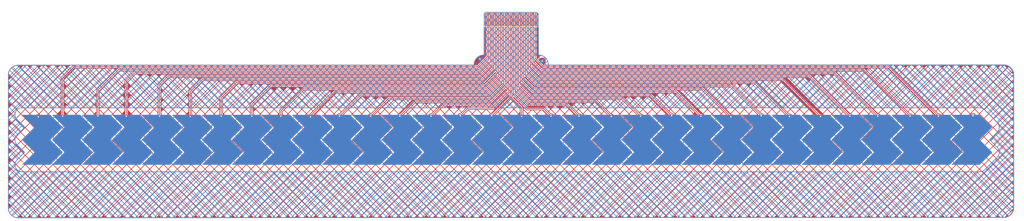
<source format=kicad_pcb>
(kicad_pcb (version 20221018) (generator pcbnew)
  (layers (0 "F.Cu" signal) (31 "B.Cu" signal) (34 "B.Paste" user) (35 "F.Paste" user) (36 "B.SilkS" user "B.Silkscreen") (37 "F.SilkS" user "F.Silkscreen") (38 "B.Mask" user) (39 "F.Mask" user) (44 "Edge.Cuts" user))
  (net 0 "")
  (net 1 "GND")
  (net 2 "/TOUCH0")
  (net 3 "/TOUCH1")
  (net 4 "/TOUCH2")
  (net 5 "/TOUCH3")
  (net 6 "/TOUCH4")
  (net 7 "/TOUCH5")
  (net 8 "/TOUCH6")
  (net 9 "/TOUCH7")
  (net 10 "/TOUCH8")
  (net 11 "/TOUCH9")
  (net 12 "/TOUCH10")
  (net 13 "/TOUCH11")
  (net 14 "/TOUCH12")
  (net 15 "/TOUCH13")
  (net 16 "/TOUCH14")
  (net 17 "/TOUCH15")
  (net 18 "/TOUCH16")
  (net 19 "/TOUCH17")
  (net 20 "/TOUCH18")
  (net 21 "/TOUCH19")
  (net 22 "/TOUCH20")
  (net 23 "/TOUCH21")
  (net 24 "/TOUCH22")
  (net 25 "/TOUCH23")
  (net 26 "/TOUCH24")
  (net 27 "/TOUCH25")
  (net 28 "/TOUCH26")
  (net 29 "/TOUCH27")
  (net 30 "/TOUCH28")
  (net 31 "/TOUCH29")
  (footprint "touch-sensors:tstick-slider" (layer "F.Cu") (at 55 161.4)
    (fp_text reference "J1" (at 0 -0.5 unlocked) (layer "F.SilkS") (effects (font (thickness 0.1))))
    (fp_text value "Conn_01x30" hide)
    (pad "1" smd custom (at 17 -0.5) (size 1 1) (layers "B.Cu" "F.Paste" "F.Mask") (net 2 "/TOUCH0") (options (clearance outline) (anchor rect)) (primitives (gr_poly (pts (xy -8 0.5) (xy 0.5 0.5) (xy 4.25 -3.25) (xy 0.5 -7) (xy 4.25 -10.75) (xy 0.5 -14.5) (xy -8 -14.5) (xy -4.25 -10.75) (xy -8 -7) (xy -4.25 -3.25)) (width 0) (fill yes)) (gr_poly (pts (xy -3.793 -11.231) (xy -3.777161 -11.339713) (xy -3.722076 -11.45239) (xy -3.63339 -11.541076) (xy -3.520713 -11.596161) (xy -3.412 -11.612) (xy -1.888 -11.612) (xy -1.779287 -11.596161) (xy -1.66661 -11.541076) (xy -1.577924 -11.45239) (xy -1.522839 -11.339713) (xy -1.507 -11.231) (xy -1.507 -10.469) (xy -1.522839 -10.360287) (xy -1.577924 -10.24761) (xy -1.66661 -10.158924) (xy -1.779287 -10.103839) (xy -1.888 -10.088) (xy -3.412 -10.088) (xy -3.520713 -10.103839) (xy -3.63339 -10.158924) (xy -3.722076 -10.24761) (xy -3.777161 -10.360287) (xy -3.793 -10.469)) (width 0) (fill yes))))
    (pad "2" smd custom (at 26 -0.5) (size 1 1) (layers "B.Cu" "F.Paste" "F.Mask") (net 3 "/TOUCH1") (options (clearance outline) (anchor rect)) (primitives (gr_poly (pts (xy -8 0.5) (xy 0.5 0.5) (xy 4.25 -3.25) (xy 0.5 -7) (xy 4.25 -10.75) (xy 0.5 -14.5) (xy -8 -14.5) (xy -4.25 -10.75) (xy -8 -7) (xy -4.25 -3.25)) (width 0) (fill yes)) (gr_poly (pts (xy -3.793 -11.231) (xy -3.777161 -11.339713) (xy -3.722076 -11.45239) (xy -3.63339 -11.541076) (xy -3.520713 -11.596161) (xy -3.412 -11.612) (xy -1.888 -11.612) (xy -1.779287 -11.596161) (xy -1.66661 -11.541076) (xy -1.577924 -11.45239) (xy -1.522839 -11.339713) (xy -1.507 -11.231) (xy -1.507 -10.469) (xy -1.522839 -10.360287) (xy -1.577924 -10.24761) (xy -1.66661 -10.158924) (xy -1.779287 -10.103839) (xy -1.888 -10.088) (xy -3.412 -10.088) (xy -3.520713 -10.103839) (xy -3.63339 -10.158924) (xy -3.722076 -10.24761) (xy -3.777161 -10.360287) (xy -3.793 -10.469)) (width 0) (fill yes))))
    (pad "3" smd custom (at 35 -0.5) (size 1 1) (layers "B.Cu" "F.Paste" "F.Mask") (net 4 "/TOUCH2") (options (clearance outline) (anchor rect)) (primitives (gr_poly (pts (xy -8 0.5) (xy 0.5 0.5) (xy 4.25 -3.25) (xy 0.5 -7) (xy 4.25 -10.75) (xy 0.5 -14.5) (xy -8 -14.5) (xy -4.25 -10.75) (xy -8 -7) (xy -4.25 -3.25)) (width 0) (fill yes)) (gr_poly (pts (xy -3.793 -11.231) (xy -3.777161 -11.339713) (xy -3.722076 -11.45239) (xy -3.63339 -11.541076) (xy -3.520713 -11.596161) (xy -3.412 -11.612) (xy -1.888 -11.612) (xy -1.779287 -11.596161) (xy -1.66661 -11.541076) (xy -1.577924 -11.45239) (xy -1.522839 -11.339713) (xy -1.507 -11.231) (xy -1.507 -10.469) (xy -1.522839 -10.360287) (xy -1.577924 -10.24761) (xy -1.66661 -10.158924) (xy -1.779287 -10.103839) (xy -1.888 -10.088) (xy -3.412 -10.088) (xy -3.520713 -10.103839) (xy -3.63339 -10.158924) (xy -3.722076 -10.24761) (xy -3.777161 -10.360287) (xy -3.793 -10.469)) (width 0) (fill yes))))
    (pad "4" smd custom (at 44 -0.5) (size 1 1) (layers "B.Cu" "F.Paste" "F.Mask") (net 5 "/TOUCH3") (options (clearance outline) (anchor rect)) (primitives (gr_poly (pts (xy -8 0.5) (xy 0.5 0.5) (xy 4.25 -3.25) (xy 0.5 -7) (xy 4.25 -10.75) (xy 0.5 -14.5) (xy -8 -14.5) (xy -4.25 -10.75) (xy -8 -7) (xy -4.25 -3.25)) (width 0) (fill yes)) (gr_poly (pts (xy -3.793 -11.231) (xy -3.777161 -11.339713) (xy -3.722076 -11.45239) (xy -3.63339 -11.541076) (xy -3.520713 -11.596161) (xy -3.412 -11.612) (xy -1.888 -11.612) (xy -1.779287 -11.596161) (xy -1.66661 -11.541076) (xy -1.577924 -11.45239) (xy -1.522839 -11.339713) (xy -1.507 -11.231) (xy -1.507 -10.469) (xy -1.522839 -10.360287) (xy -1.577924 -10.24761) (xy -1.66661 -10.158924) (xy -1.779287 -10.103839) (xy -1.888 -10.088) (xy -3.412 -10.088) (xy -3.520713 -10.103839) (xy -3.63339 -10.158924) (xy -3.722076 -10.24761) (xy -3.777161 -10.360287) (xy -3.793 -10.469)) (width 0) (fill yes))))
    (pad "5" smd custom (at 53 -0.5) (size 1 1) (layers "B.Cu" "F.Paste" "F.Mask") (net 6 "/TOUCH4") (options (clearance outline) (anchor rect)) (primitives (gr_poly (pts (xy -8 0.5) (xy 0.5 0.5) (xy 4.25 -3.25) (xy 0.5 -7) (xy 4.25 -10.75) (xy 0.5 -14.5) (xy -8 -14.5) (xy -4.25 -10.75) (xy -8 -7) (xy -4.25 -3.25)) (width 0) (fill yes)) (gr_poly (pts (xy -3.793 -11.231) (xy -3.777161 -11.339713) (xy -3.722076 -11.45239) (xy -3.63339 -11.541076) (xy -3.520713 -11.596161) (xy -3.412 -11.612) (xy -1.888 -11.612) (xy -1.779287 -11.596161) (xy -1.66661 -11.541076) (xy -1.577924 -11.45239) (xy -1.522839 -11.339713) (xy -1.507 -11.231) (xy -1.507 -10.469) (xy -1.522839 -10.360287) (xy -1.577924 -10.24761) (xy -1.66661 -10.158924) (xy -1.779287 -10.103839) (xy -1.888 -10.088) (xy -3.412 -10.088) (xy -3.520713 -10.103839) (xy -3.63339 -10.158924) (xy -3.722076 -10.24761) (xy -3.777161 -10.360287) (xy -3.793 -10.469)) (width 0) (fill yes))))
    (pad "6" smd custom (at 62 -0.5) (size 1 1) (layers "B.Cu" "F.Paste" "F.Mask") (net 7 "/TOUCH5") (options (clearance outline) (anchor rect)) (primitives (gr_poly (pts (xy -8 0.5) (xy 0.5 0.5) (xy 4.25 -3.25) (xy 0.5 -7) (xy 4.25 -10.75) (xy 0.5 -14.5) (xy -8 -14.5) (xy -4.25 -10.75) (xy -8 -7) (xy -4.25 -3.25)) (width 0) (fill yes)) (gr_poly (pts (xy -3.793 -11.231) (xy -3.777161 -11.339713) (xy -3.722076 -11.45239) (xy -3.63339 -11.541076) (xy -3.520713 -11.596161) (xy -3.412 -11.612) (xy -1.888 -11.612) (xy -1.779287 -11.596161) (xy -1.66661 -11.541076) (xy -1.577924 -11.45239) (xy -1.522839 -11.339713) (xy -1.507 -11.231) (xy -1.507 -10.469) (xy -1.522839 -10.360287) (xy -1.577924 -10.24761) (xy -1.66661 -10.158924) (xy -1.779287 -10.103839) (xy -1.888 -10.088) (xy -3.412 -10.088) (xy -3.520713 -10.103839) (xy -3.63339 -10.158924) (xy -3.722076 -10.24761) (xy -3.777161 -10.360287) (xy -3.793 -10.469)) (width 0) (fill yes))))
    (pad "7" smd custom (at 71 -0.5) (size 1 1) (layers "B.Cu" "F.Paste" "F.Mask") (net 8 "/TOUCH6") (options (clearance outline) (anchor rect)) (primitives (gr_poly (pts (xy -8 0.5) (xy 0.5 0.5) (xy 4.25 -3.25) (xy 0.5 -7) (xy 4.25 -10.75) (xy 0.5 -14.5) (xy -8 -14.5) (xy -4.25 -10.75) (xy -8 -7) (xy -4.25 -3.25)) (width 0) (fill yes)) (gr_poly (pts (xy -3.793 -11.231) (xy -3.777161 -11.339713) (xy -3.722076 -11.45239) (xy -3.63339 -11.541076) (xy -3.520713 -11.596161) (xy -3.412 -11.612) (xy -1.888 -11.612) (xy -1.779287 -11.596161) (xy -1.66661 -11.541076) (xy -1.577924 -11.45239) (xy -1.522839 -11.339713) (xy -1.507 -11.231) (xy -1.507 -10.469) (xy -1.522839 -10.360287) (xy -1.577924 -10.24761) (xy -1.66661 -10.158924) (xy -1.779287 -10.103839) (xy -1.888 -10.088) (xy -3.412 -10.088) (xy -3.520713 -10.103839) (xy -3.63339 -10.158924) (xy -3.722076 -10.24761) (xy -3.777161 -10.360287) (xy -3.793 -10.469)) (width 0) (fill yes))))
    (pad "8" smd custom (at 80 -0.5) (size 1 1) (layers "B.Cu" "F.Paste" "F.Mask") (net 9 "/TOUCH7") (options (clearance outline) (anchor rect)) (primitives (gr_poly (pts (xy -8 0.5) (xy 0.5 0.5) (xy 4.25 -3.25) (xy 0.5 -7) (xy 4.25 -10.75) (xy 0.5 -14.5) (xy -8 -14.5) (xy -4.25 -10.75) (xy -8 -7) (xy -4.25 -3.25)) (width 0) (fill yes)) (gr_poly (pts (xy -3.793 -11.231) (xy -3.777161 -11.339713) (xy -3.722076 -11.45239) (xy -3.63339 -11.541076) (xy -3.520713 -11.596161) (xy -3.412 -11.612) (xy -1.888 -11.612) (xy -1.779287 -11.596161) (xy -1.66661 -11.541076) (xy -1.577924 -11.45239) (xy -1.522839 -11.339713) (xy -1.507 -11.231) (xy -1.507 -10.469) (xy -1.522839 -10.360287) (xy -1.577924 -10.24761) (xy -1.66661 -10.158924) (xy -1.779287 -10.103839) (xy -1.888 -10.088) (xy -3.412 -10.088) (xy -3.520713 -10.103839) (xy -3.63339 -10.158924) (xy -3.722076 -10.24761) (xy -3.777161 -10.360287) (xy -3.793 -10.469)) (width 0) (fill yes))))
    (pad "9" smd custom (at 89 -0.5) (size 1 1) (layers "B.Cu" "F.Paste" "F.Mask") (net 10 "/TOUCH8") (options (clearance outline) (anchor rect)) (primitives (gr_poly (pts (xy -8 0.5) (xy 0.5 0.5) (xy 4.25 -3.25) (xy 0.5 -7) (xy 4.25 -10.75) (xy 0.5 -14.5) (xy -8 -14.5) (xy -4.25 -10.75) (xy -8 -7) (xy -4.25 -3.25)) (width 0) (fill yes)) (gr_poly (pts (xy -3.793 -11.231) (xy -3.777161 -11.339713) (xy -3.722076 -11.45239) (xy -3.63339 -11.541076) (xy -3.520713 -11.596161) (xy -3.412 -11.612) (xy -1.888 -11.612) (xy -1.779287 -11.596161) (xy -1.66661 -11.541076) (xy -1.577924 -11.45239) (xy -1.522839 -11.339713) (xy -1.507 -11.231) (xy -1.507 -10.469) (xy -1.522839 -10.360287) (xy -1.577924 -10.24761) (xy -1.66661 -10.158924) (xy -1.779287 -10.103839) (xy -1.888 -10.088) (xy -3.412 -10.088) (xy -3.520713 -10.103839) (xy -3.63339 -10.158924) (xy -3.722076 -10.24761) (xy -3.777161 -10.360287) (xy -3.793 -10.469)) (width 0) (fill yes))))
    (pad "10" smd custom (at 98 -0.5) (size 1 1) (layers "B.Cu" "F.Paste" "F.Mask") (net 11 "/TOUCH9") (options (clearance outline) (anchor rect)) (primitives (gr_poly (pts (xy -8 0.5) (xy 0.5 0.5) (xy 4.25 -3.25) (xy 0.5 -7) (xy 4.25 -10.75) (xy 0.5 -14.5) (xy -8 -14.5) (xy -4.25 -10.75) (xy -8 -7) (xy -4.25 -3.25)) (width 0) (fill yes)) (gr_poly (pts (xy -3.793 -11.231) (xy -3.777161 -11.339713) (xy -3.722076 -11.45239) (xy -3.63339 -11.541076) (xy -3.520713 -11.596161) (xy -3.412 -11.612) (xy -1.888 -11.612) (xy -1.779287 -11.596161) (xy -1.66661 -11.541076) (xy -1.577924 -11.45239) (xy -1.522839 -11.339713) (xy -1.507 -11.231) (xy -1.507 -10.469) (xy -1.522839 -10.360287) (xy -1.577924 -10.24761) (xy -1.66661 -10.158924) (xy -1.779287 -10.103839) (xy -1.888 -10.088) (xy -3.412 -10.088) (xy -3.520713 -10.103839) (xy -3.63339 -10.158924) (xy -3.722076 -10.24761) (xy -3.777161 -10.360287) (xy -3.793 -10.469)) (width 0) (fill yes))))
    (pad "11" smd custom (at 107 -0.5) (size 1 1) (layers "B.Cu" "F.Paste" "F.Mask") (net 12 "/TOUCH10") (options (clearance outline) (anchor rect)) (primitives (gr_poly (pts (xy -8 0.5) (xy 0.5 0.5) (xy 4.25 -3.25) (xy 0.5 -7) (xy 4.25 -10.75) (xy 0.5 -14.5) (xy -8 -14.5) (xy -4.25 -10.75) (xy -8 -7) (xy -4.25 -3.25)) (width 0) (fill yes)) (gr_poly (pts (xy -3.793 -11.231) (xy -3.777161 -11.339713) (xy -3.722076 -11.45239) (xy -3.63339 -11.541076) (xy -3.520713 -11.596161) (xy -3.412 -11.612) (xy -1.888 -11.612) (xy -1.779287 -11.596161) (xy -1.66661 -11.541076) (xy -1.577924 -11.45239) (xy -1.522839 -11.339713) (xy -1.507 -11.231) (xy -1.507 -10.469) (xy -1.522839 -10.360287) (xy -1.577924 -10.24761) (xy -1.66661 -10.158924) (xy -1.779287 -10.103839) (xy -1.888 -10.088) (xy -3.412 -10.088) (xy -3.520713 -10.103839) (xy -3.63339 -10.158924) (xy -3.722076 -10.24761) (xy -3.777161 -10.360287) (xy -3.793 -10.469)) (width 0) (fill yes))))
    (pad "12" smd custom (at 116 -0.5) (size 1 1) (layers "B.Cu" "F.Paste" "F.Mask") (net 13 "/TOUCH11") (options (clearance outline) (anchor rect)) (primitives (gr_poly (pts (xy -8 0.5) (xy 0.5 0.5) (xy 4.25 -3.25) (xy 0.5 -7) (xy 4.25 -10.75) (xy 0.5 -14.5) (xy -8 -14.5) (xy -4.25 -10.75) (xy -8 -7) (xy -4.25 -3.25)) (width 0) (fill yes)) (gr_poly (pts (xy -3.793 -11.231) (xy -3.777161 -11.339713) (xy -3.722076 -11.45239) (xy -3.63339 -11.541076) (xy -3.520713 -11.596161) (xy -3.412 -11.612) (xy -1.888 -11.612) (xy -1.779287 -11.596161) (xy -1.66661 -11.541076) (xy -1.577924 -11.45239) (xy -1.522839 -11.339713) (xy -1.507 -11.231) (xy -1.507 -10.469) (xy -1.522839 -10.360287) (xy -1.577924 -10.24761) (xy -1.66661 -10.158924) (xy -1.779287 -10.103839) (xy -1.888 -10.088) (xy -3.412 -10.088) (xy -3.520713 -10.103839) (xy -3.63339 -10.158924) (xy -3.722076 -10.24761) (xy -3.777161 -10.360287) (xy -3.793 -10.469)) (width 0) (fill yes))))
    (pad "13" smd custom (at 125 -0.5) (size 1 1) (layers "B.Cu" "F.Paste" "F.Mask") (net 14 "/TOUCH12") (options (clearance outline) (anchor rect)) (primitives (gr_poly (pts (xy -8 0.5) (xy 0.5 0.5) (xy 4.25 -3.25) (xy 0.5 -7) (xy 4.25 -10.75) (xy 0.5 -14.5) (xy -8 -14.5) (xy -4.25 -10.75) (xy -8 -7) (xy -4.25 -3.25)) (width 0) (fill yes)) (gr_poly (pts (xy -3.793 -11.231) (xy -3.777161 -11.339713) (xy -3.722076 -11.45239) (xy -3.63339 -11.541076) (xy -3.520713 -11.596161) (xy -3.412 -11.612) (xy -1.888 -11.612) (xy -1.779287 -11.596161) (xy -1.66661 -11.541076) (xy -1.577924 -11.45239) (xy -1.522839 -11.339713) (xy -1.507 -11.231) (xy -1.507 -10.469) (xy -1.522839 -10.360287) (xy -1.577924 -10.24761) (xy -1.66661 -10.158924) (xy -1.779287 -10.103839) (xy -1.888 -10.088) (xy -3.412 -10.088) (xy -3.520713 -10.103839) (xy -3.63339 -10.158924) (xy -3.722076 -10.24761) (xy -3.777161 -10.360287) (xy -3.793 -10.469)) (width 0) (fill yes))))
    (pad "14" smd custom (at 134 -0.5) (size 1 1) (layers "B.Cu" "F.Paste" "F.Mask") (net 15 "/TOUCH13") (options (clearance outline) (anchor rect)) (primitives (gr_poly (pts (xy -8 0.5) (xy 0.5 0.5) (xy 4.25 -3.25) (xy 0.5 -7) (xy 4.25 -10.75) (xy 0.5 -14.5) (xy -8 -14.5) (xy -4.25 -10.75) (xy -8 -7) (xy -4.25 -3.25)) (width 0) (fill yes)) (gr_poly (pts (xy -3.793 -11.231) (xy -3.777161 -11.339713) (xy -3.722076 -11.45239) (xy -3.63339 -11.541076) (xy -3.520713 -11.596161) (xy -3.412 -11.612) (xy -1.888 -11.612) (xy -1.779287 -11.596161) (xy -1.66661 -11.541076) (xy -1.577924 -11.45239) (xy -1.522839 -11.339713) (xy -1.507 -11.231) (xy -1.507 -10.469) (xy -1.522839 -10.360287) (xy -1.577924 -10.24761) (xy -1.66661 -10.158924) (xy -1.779287 -10.103839) (xy -1.888 -10.088) (xy -3.412 -10.088) (xy -3.520713 -10.103839) (xy -3.63339 -10.158924) (xy -3.722076 -10.24761) (xy -3.777161 -10.360287) (xy -3.793 -10.469)) (width 0) (fill yes))))
    (pad "15" smd custom (at 143 -0.5) (size 1 1) (layers "B.Cu" "F.Paste" "F.Mask") (net 16 "/TOUCH14") (options (clearance outline) (anchor rect)) (primitives (gr_poly (pts (xy -8 0.5) (xy 0.5 0.5) (xy 4.25 -3.25) (xy 0.5 -7) (xy 4.25 -10.75) (xy 0.5 -14.5) (xy -8 -14.5) (xy -4.25 -10.75) (xy -8 -7) (xy -4.25 -3.25)) (width 0) (fill yes)) (gr_poly (pts (xy -3.793 -11.231) (xy -3.777161 -11.339713) (xy -3.722076 -11.45239) (xy -3.63339 -11.541076) (xy -3.520713 -11.596161) (xy -3.412 -11.612) (xy -1.888 -11.612) (xy -1.779287 -11.596161) (xy -1.66661 -11.541076) (xy -1.577924 -11.45239) (xy -1.522839 -11.339713) (xy -1.507 -11.231) (xy -1.507 -10.469) (xy -1.522839 -10.360287) (xy -1.577924 -10.24761) (xy -1.66661 -10.158924) (xy -1.779287 -10.103839) (xy -1.888 -10.088) (xy -3.412 -10.088) (xy -3.520713 -10.103839) (xy -3.63339 -10.158924) (xy -3.722076 -10.24761) (xy -3.777161 -10.360287) (xy -3.793 -10.469)) (width 0) (fill yes))))
    (pad "16" smd custom (at 152 -0.5) (size 1 1) (layers "B.Cu" "F.Paste" "F.Mask") (net 17 "/TOUCH15") (options (clearance outline) (anchor rect)) (primitives (gr_poly (pts (xy -8 0.5) (xy 0.5 0.5) (xy 4.25 -3.25) (xy 0.5 -7) (xy 4.25 -10.75) (xy 0.5 -14.5) (xy -8 -14.5) (xy -4.25 -10.75) (xy -8 -7) (xy -4.25 -3.25)) (width 0) (fill yes)) (gr_poly (pts (xy -3.793 -11.231) (xy -3.777161 -11.339713) (xy -3.722076 -11.45239) (xy -3.63339 -11.541076) (xy -3.520713 -11.596161) (xy -3.412 -11.612) (xy -1.888 -11.612) (xy -1.779287 -11.596161) (xy -1.66661 -11.541076) (xy -1.577924 -11.45239) (xy -1.522839 -11.339713) (xy -1.507 -11.231) (xy -1.507 -10.469) (xy -1.522839 -10.360287) (xy -1.577924 -10.24761) (xy -1.66661 -10.158924) (xy -1.779287 -10.103839) (xy -1.888 -10.088) (xy -3.412 -10.088) (xy -3.520713 -10.103839) (xy -3.63339 -10.158924) (xy -3.722076 -10.24761) (xy -3.777161 -10.360287) (xy -3.793 -10.469)) (width 0) (fill yes))))
    (pad "17" smd custom (at 161 -0.5) (size 1 1) (layers "B.Cu" "F.Paste" "F.Mask") (net 18 "/TOUCH16") (options (clearance outline) (anchor rect)) (primitives (gr_poly (pts (xy -8 0.5) (xy 0.5 0.5) (xy 4.25 -3.25) (xy 0.5 -7) (xy 4.25 -10.75) (xy 0.5 -14.5) (xy -8 -14.5) (xy -4.25 -10.75) (xy -8 -7) (xy -4.25 -3.25)) (width 0) (fill yes)) (gr_poly (pts (xy -3.793 -11.231) (xy -3.777161 -11.339713) (xy -3.722076 -11.45239) (xy -3.63339 -11.541076) (xy -3.520713 -11.596161) (xy -3.412 -11.612) (xy -1.888 -11.612) (xy -1.779287 -11.596161) (xy -1.66661 -11.541076) (xy -1.577924 -11.45239) (xy -1.522839 -11.339713) (xy -1.507 -11.231) (xy -1.507 -10.469) (xy -1.522839 -10.360287) (xy -1.577924 -10.24761) (xy -1.66661 -10.158924) (xy -1.779287 -10.103839) (xy -1.888 -10.088) (xy -3.412 -10.088) (xy -3.520713 -10.103839) (xy -3.63339 -10.158924) (xy -3.722076 -10.24761) (xy -3.777161 -10.360287) (xy -3.793 -10.469)) (width 0) (fill yes))))
    (pad "18" smd custom (at 170 -0.5) (size 1 1) (layers "B.Cu" "F.Paste" "F.Mask") (net 19 "/TOUCH17") (options (clearance outline) (anchor rect)) (primitives (gr_poly (pts (xy -8 0.5) (xy 0.5 0.5) (xy 4.25 -3.25) (xy 0.5 -7) (xy 4.25 -10.75) (xy 0.5 -14.5) (xy -8 -14.5) (xy -4.25 -10.75) (xy -8 -7) (xy -4.25 -3.25)) (width 0) (fill yes)) (gr_poly (pts (xy -3.793 -11.231) (xy -3.777161 -11.339713) (xy -3.722076 -11.45239) (xy -3.63339 -11.541076) (xy -3.520713 -11.596161) (xy -3.412 -11.612) (xy -1.888 -11.612) (xy -1.779287 -11.596161) (xy -1.66661 -11.541076) (xy -1.577924 -11.45239) (xy -1.522839 -11.339713) (xy -1.507 -11.231) (xy -1.507 -10.469) (xy -1.522839 -10.360287) (xy -1.577924 -10.24761) (xy -1.66661 -10.158924) (xy -1.779287 -10.103839) (xy -1.888 -10.088) (xy -3.412 -10.088) (xy -3.520713 -10.103839) (xy -3.63339 -10.158924) (xy -3.722076 -10.24761) (xy -3.777161 -10.360287) (xy -3.793 -10.469)) (width 0) (fill yes))))
    (pad "19" smd custom (at 179 -0.5) (size 1 1) (layers "B.Cu" "F.Paste" "F.Mask") (net 20 "/TOUCH18") (options (clearance outline) (anchor rect)) (primitives (gr_poly (pts (xy -8 0.5) (xy 0.5 0.5) (xy 4.25 -3.25) (xy 0.5 -7) (xy 4.25 -10.75) (xy 0.5 -14.5) (xy -8 -14.5) (xy -4.25 -10.75) (xy -8 -7) (xy -4.25 -3.25)) (width 0) (fill yes)) (gr_poly (pts (xy -3.793 -11.231) (xy -3.777161 -11.339713) (xy -3.722076 -11.45239) (xy -3.63339 -11.541076) (xy -3.520713 -11.596161) (xy -3.412 -11.612) (xy -1.888 -11.612) (xy -1.779287 -11.596161) (xy -1.66661 -11.541076) (xy -1.577924 -11.45239) (xy -1.522839 -11.339713) (xy -1.507 -11.231) (xy -1.507 -10.469) (xy -1.522839 -10.360287) (xy -1.577924 -10.24761) (xy -1.66661 -10.158924) (xy -1.779287 -10.103839) (xy -1.888 -10.088) (xy -3.412 -10.088) (xy -3.520713 -10.103839) (xy -3.63339 -10.158924) (xy -3.722076 -10.24761) (xy -3.777161 -10.360287) (xy -3.793 -10.469)) (width 0) (fill yes))))
    (pad "20" smd custom (at 188 -0.5) (size 1 1) (layers "B.Cu" "F.Paste" "F.Mask") (net 21 "/TOUCH19") (options (clearance outline) (anchor rect)) (primitives (gr_poly (pts (xy -8 0.5) (xy 0.5 0.5) (xy 4.25 -3.25) (xy 0.5 -7) (xy 4.25 -10.75) (xy 0.5 -14.5) (xy -8 -14.5) (xy -4.25 -10.75) (xy -8 -7) (xy -4.25 -3.25)) (width 0) (fill yes)) (gr_poly (pts (xy -3.793 -11.231) (xy -3.777161 -11.339713) (xy -3.722076 -11.45239) (xy -3.63339 -11.541076) (xy -3.520713 -11.596161) (xy -3.412 -11.612) (xy -1.888 -11.612) (xy -1.779287 -11.596161) (xy -1.66661 -11.541076) (xy -1.577924 -11.45239) (xy -1.522839 -11.339713) (xy -1.507 -11.231) (xy -1.507 -10.469) (xy -1.522839 -10.360287) (xy -1.577924 -10.24761) (xy -1.66661 -10.158924) (xy -1.779287 -10.103839) (xy -1.888 -10.088) (xy -3.412 -10.088) (xy -3.520713 -10.103839) (xy -3.63339 -10.158924) (xy -3.722076 -10.24761) (xy -3.777161 -10.360287) (xy -3.793 -10.469)) (width 0) (fill yes))))
    (pad "21" smd custom (at 197 -0.5) (size 1 1) (layers "B.Cu" "F.Paste" "F.Mask") (net 22 "/TOUCH20") (options (clearance outline) (anchor rect)) (primitives (gr_poly (pts (xy -8 0.5) (xy 0.5 0.5) (xy 4.25 -3.25) (xy 0.5 -7) (xy 4.25 -10.75) (xy 0.5 -14.5) (xy -8 -14.5) (xy -4.25 -10.75) (xy -8 -7) (xy -4.25 -3.25)) (width 0) (fill yes)) (gr_poly (pts (xy -3.793 -11.231) (xy -3.777161 -11.339713) (xy -3.722076 -11.45239) (xy -3.63339 -11.541076) (xy -3.520713 -11.596161) (xy -3.412 -11.612) (xy -1.888 -11.612) (xy -1.779287 -11.596161) (xy -1.66661 -11.541076) (xy -1.577924 -11.45239) (xy -1.522839 -11.339713) (xy -1.507 -11.231) (xy -1.507 -10.469) (xy -1.522839 -10.360287) (xy -1.577924 -10.24761) (xy -1.66661 -10.158924) (xy -1.779287 -10.103839) (xy -1.888 -10.088) (xy -3.412 -10.088) (xy -3.520713 -10.103839) (xy -3.63339 -10.158924) (xy -3.722076 -10.24761) (xy -3.777161 -10.360287) (xy -3.793 -10.469)) (width 0) (fill yes))))
    (pad "22" smd custom (at 206 -0.5) (size 1 1) (layers "B.Cu" "F.Paste" "F.Mask") (net 23 "/TOUCH21") (options (clearance outline) (anchor rect)) (primitives (gr_poly (pts (xy -8 0.5) (xy 0.5 0.5) (xy 4.25 -3.25) (xy 0.5 -7) (xy 4.25 -10.75) (xy 0.5 -14.5) (xy -8 -14.5) (xy -4.25 -10.75) (xy -8 -7) (xy -4.25 -3.25)) (width 0) (fill yes)) (gr_poly (pts (xy -3.793 -11.231) (xy -3.777161 -11.339713) (xy -3.722076 -11.45239) (xy -3.63339 -11.541076) (xy -3.520713 -11.596161) (xy -3.412 -11.612) (xy -1.888 -11.612) (xy -1.779287 -11.596161) (xy -1.66661 -11.541076) (xy -1.577924 -11.45239) (xy -1.522839 -11.339713) (xy -1.507 -11.231) (xy -1.507 -10.469) (xy -1.522839 -10.360287) (xy -1.577924 -10.24761) (xy -1.66661 -10.158924) (xy -1.779287 -10.103839) (xy -1.888 -10.088) (xy -3.412 -10.088) (xy -3.520713 -10.103839) (xy -3.63339 -10.158924) (xy -3.722076 -10.24761) (xy -3.777161 -10.360287) (xy -3.793 -10.469)) (width 0) (fill yes))))
    (pad "23" smd custom (at 215 -0.5) (size 1 1) (layers "B.Cu" "F.Paste" "F.Mask") (net 24 "/TOUCH22") (options (clearance outline) (anchor rect)) (primitives (gr_poly (pts (xy -8 0.5) (xy 0.5 0.5) (xy 4.25 -3.25) (xy 0.5 -7) (xy 4.25 -10.75) (xy 0.5 -14.5) (xy -8 -14.5) (xy -4.25 -10.75) (xy -8 -7) (xy -4.25 -3.25)) (width 0) (fill yes)) (gr_poly (pts (xy -3.793 -11.231) (xy -3.777161 -11.339713) (xy -3.722076 -11.45239) (xy -3.63339 -11.541076) (xy -3.520713 -11.596161) (xy -3.412 -11.612) (xy -1.888 -11.612) (xy -1.779287 -11.596161) (xy -1.66661 -11.541076) (xy -1.577924 -11.45239) (xy -1.522839 -11.339713) (xy -1.507 -11.231) (xy -1.507 -10.469) (xy -1.522839 -10.360287) (xy -1.577924 -10.24761) (xy -1.66661 -10.158924) (xy -1.779287 -10.103839) (xy -1.888 -10.088) (xy -3.412 -10.088) (xy -3.520713 -10.103839) (xy -3.63339 -10.158924) (xy -3.722076 -10.24761) (xy -3.777161 -10.360287) (xy -3.793 -10.469)) (width 0) (fill yes))))
    (pad "24" smd custom (at 224 -0.5) (size 1 1) (layers "B.Cu" "F.Paste" "F.Mask") (net 25 "/TOUCH23") (options (clearance outline) (anchor rect)) (primitives (gr_poly (pts (xy -8 0.5) (xy 0.5 0.5) (xy 4.25 -3.25) (xy 0.5 -7) (xy 4.25 -10.75) (xy 0.5 -14.5) (xy -8 -14.5) (xy -4.25 -10.75) (xy -8 -7) (xy -4.25 -3.25)) (width 0) (fill yes)) (gr_poly (pts (xy -3.793 -11.231) (xy -3.777161 -11.339713) (xy -3.722076 -11.45239) (xy -3.63339 -11.541076) (xy -3.520713 -11.596161) (xy -3.412 -11.612) (xy -1.888 -11.612) (xy -1.779287 -11.596161) (xy -1.66661 -11.541076) (xy -1.577924 -11.45239) (xy -1.522839 -11.339713) (xy -1.507 -11.231) (xy -1.507 -10.469) (xy -1.522839 -10.360287) (xy -1.577924 -10.24761) (xy -1.66661 -10.158924) (xy -1.779287 -10.103839) (xy -1.888 -10.088) (xy -3.412 -10.088) (xy -3.520713 -10.103839) (xy -3.63339 -10.158924) (xy -3.722076 -10.24761) (xy -3.777161 -10.360287) (xy -3.793 -10.469)) (width 0) (fill yes))))
    (pad "25" smd custom (at 233 -0.5) (size 1 1) (layers "B.Cu" "F.Paste" "F.Mask") (net 26 "/TOUCH24") (options (clearance outline) (anchor rect)) (primitives (gr_poly (pts (xy -8 0.5) (xy 0.5 0.5) (xy 4.25 -3.25) (xy 0.5 -7) (xy 4.25 -10.75) (xy 0.5 -14.5) (xy -8 -14.5) (xy -4.25 -10.75) (xy -8 -7) (xy -4.25 -3.25)) (width 0) (fill yes)) (gr_poly (pts (xy -3.793 -11.231) (xy -3.777161 -11.339713) (xy -3.722076 -11.45239) (xy -3.63339 -11.541076) (xy -3.520713 -11.596161) (xy -3.412 -11.612) (xy -1.888 -11.612) (xy -1.779287 -11.596161) (xy -1.66661 -11.541076) (xy -1.577924 -11.45239) (xy -1.522839 -11.339713) (xy -1.507 -11.231) (xy -1.507 -10.469) (xy -1.522839 -10.360287) (xy -1.577924 -10.24761) (xy -1.66661 -10.158924) (xy -1.779287 -10.103839) (xy -1.888 -10.088) (xy -3.412 -10.088) (xy -3.520713 -10.103839) (xy -3.63339 -10.158924) (xy -3.722076 -10.24761) (xy -3.777161 -10.360287) (xy -3.793 -10.469)) (width 0) (fill yes))))
    (pad "26" smd custom (at 242 -0.5) (size 1 1) (layers "B.Cu" "F.Paste" "F.Mask") (net 27 "/TOUCH25") (options (clearance outline) (anchor rect)) (primitives (gr_poly (pts (xy -8 0.5) (xy 0.5 0.5) (xy 4.25 -3.25) (xy 0.5 -7) (xy 4.25 -10.75) (xy 0.5 -14.5) (xy -8 -14.5) (xy -4.25 -10.75) (xy -8 -7) (xy -4.25 -3.25)) (width 0) (fill yes)) (gr_poly (pts (xy -3.793 -11.231) (xy -3.777161 -11.339713) (xy -3.722076 -11.45239) (xy -3.63339 -11.541076) (xy -3.520713 -11.596161) (xy -3.412 -11.612) (xy -1.888 -11.612) (xy -1.779287 -11.596161) (xy -1.66661 -11.541076) (xy -1.577924 -11.45239) (xy -1.522839 -11.339713) (xy -1.507 -11.231) (xy -1.507 -10.469) (xy -1.522839 -10.360287) (xy -1.577924 -10.24761) (xy -1.66661 -10.158924) (xy -1.779287 -10.103839) (xy -1.888 -10.088) (xy -3.412 -10.088) (xy -3.520713 -10.103839) (xy -3.63339 -10.158924) (xy -3.722076 -10.24761) (xy -3.777161 -10.360287) (xy -3.793 -10.469)) (width 0) (fill yes))))
    (pad "27" smd custom (at 251 -0.5) (size 1 1) (layers "B.Cu" "F.Paste" "F.Mask") (net 28 "/TOUCH26") (options (clearance outline) (anchor rect)) (primitives (gr_poly (pts (xy -8 0.5) (xy 0.5 0.5) (xy 4.25 -3.25) (xy 0.5 -7) (xy 4.25 -10.75) (xy 0.5 -14.5) (xy -8 -14.5) (xy -4.25 -10.75) (xy -8 -7) (xy -4.25 -3.25)) (width 0) (fill yes)) (gr_poly (pts (xy -3.793 -11.231) (xy -3.777161 -11.339713) (xy -3.722076 -11.45239) (xy -3.63339 -11.541076) (xy -3.520713 -11.596161) (xy -3.412 -11.612) (xy -1.888 -11.612) (xy -1.779287 -11.596161) (xy -1.66661 -11.541076) (xy -1.577924 -11.45239) (xy -1.522839 -11.339713) (xy -1.507 -11.231) (xy -1.507 -10.469) (xy -1.522839 -10.360287) (xy -1.577924 -10.24761) (xy -1.66661 -10.158924) (xy -1.779287 -10.103839) (xy -1.888 -10.088) (xy -3.412 -10.088) (xy -3.520713 -10.103839) (xy -3.63339 -10.158924) (xy -3.722076 -10.24761) (xy -3.777161 -10.360287) (xy -3.793 -10.469)) (width 0) (fill yes))))
    (pad "28" smd custom (at 260 -0.5) (size 1 1) (layers "B.Cu" "F.Paste" "F.Mask") (net 29 "/TOUCH27") (options (clearance outline) (anchor rect)) (primitives (gr_poly (pts (xy -8 0.5) (xy 0.5 0.5) (xy 4.25 -3.25) (xy 0.5 -7) (xy 4.25 -10.75) (xy 0.5 -14.5) (xy -8 -14.5) (xy -4.25 -10.75) (xy -8 -7) (xy -4.25 -3.25)) (width 0) (fill yes)) (gr_poly (pts (xy -3.793 -11.231) (xy -3.777161 -11.339713) (xy -3.722076 -11.45239) (xy -3.63339 -11.541076) (xy -3.520713 -11.596161) (xy -3.412 -11.612) (xy -1.888 -11.612) (xy -1.779287 -11.596161) (xy -1.66661 -11.541076) (xy -1.577924 -11.45239) (xy -1.522839 -11.339713) (xy -1.507 -11.231) (xy -1.507 -10.469) (xy -1.522839 -10.360287) (xy -1.577924 -10.24761) (xy -1.66661 -10.158924) (xy -1.779287 -10.103839) (xy -1.888 -10.088) (xy -3.412 -10.088) (xy -3.520713 -10.103839) (xy -3.63339 -10.158924) (xy -3.722076 -10.24761) (xy -3.777161 -10.360287) (xy -3.793 -10.469)) (width 0) (fill yes))))
    (pad "29" smd custom (at 269 -0.5) (size 1 1) (layers "B.Cu" "F.Paste" "F.Mask") (net 30 "/TOUCH28") (options (clearance outline) (anchor rect)) (primitives (gr_poly (pts (xy -8 0.5) (xy 0.5 0.5) (xy 4.25 -3.25) (xy 0.5 -7) (xy 4.25 -10.75) (xy 0.5 -14.5) (xy -8 -14.5) (xy -4.25 -10.75) (xy -8 -7) (xy -4.25 -3.25)) (width 0) (fill yes)) (gr_poly (pts (xy -3.793 -11.231) (xy -3.777161 -11.339713) (xy -3.722076 -11.45239) (xy -3.63339 -11.541076) (xy -3.520713 -11.596161) (xy -3.412 -11.612) (xy -1.888 -11.612) (xy -1.779287 -11.596161) (xy -1.66661 -11.541076) (xy -1.577924 -11.45239) (xy -1.522839 -11.339713) (xy -1.507 -11.231) (xy -1.507 -10.469) (xy -1.522839 -10.360287) (xy -1.577924 -10.24761) (xy -1.66661 -10.158924) (xy -1.779287 -10.103839) (xy -1.888 -10.088) (xy -3.412 -10.088) (xy -3.520713 -10.103839) (xy -3.63339 -10.158924) (xy -3.722076 -10.24761) (xy -3.777161 -10.360287) (xy -3.793 -10.469)) (width 0) (fill yes))))
    (pad "30" smd custom (at 278 -0.5) (size 1 1) (layers "B.Cu" "F.Paste" "F.Mask") (net 31 "/TOUCH29") (options (clearance outline) (anchor rect)) (primitives (gr_poly (pts (xy -8 0.5) (xy 0.5 0.5) (xy 4.25 -3.25) (xy 0.5 -7) (xy 4.25 -10.75) (xy 0.5 -14.5) (xy -8 -14.5) (xy -4.25 -10.75) (xy -8 -7) (xy -4.25 -3.25)) (width 0) (fill yes)) (gr_poly (pts (xy -3.793 -11.231) (xy -3.777161 -11.339713) (xy -3.722076 -11.45239) (xy -3.63339 -11.541076) (xy -3.520713 -11.596161) (xy -3.412 -11.612) (xy -1.888 -11.612) (xy -1.779287 -11.596161) (xy -1.66661 -11.541076) (xy -1.577924 -11.45239) (xy -1.522839 -11.339713) (xy -1.507 -11.231) (xy -1.507 -10.469) (xy -1.522839 -10.360287) (xy -1.577924 -10.24761) (xy -1.66661 -10.158924) (xy -1.779287 -10.103839) (xy -1.888 -10.088) (xy -3.412 -10.088) (xy -3.520713 -10.103839) (xy -3.63339 -10.158924) (xy -3.722076 -10.24761) (xy -3.777161 -10.360287) (xy -3.793 -10.469)) (width 0) (fill yes))))
    (pad "GND" smd custom (at 8 -0.5) (size 1 1) (layers "B.Cu" "F.Paste" "F.Mask") (options (clearance outline) (anchor rect)) (primitives (gr_poly (pts (xy -8 0.5) (xy 0.5 0.5) (xy 4.25 -3.25) (xy 0.5 -7) (xy 4.25 -10.75) (xy 0.5 -14.5) (xy -8 -14.5) (xy -4.25 -10.75) (xy -8 -7) (xy -4.25 -3.25)) (width 0) (fill yes)) (gr_poly (pts (xy -3.793 -11.231) (xy -3.777161 -11.339713) (xy -3.722076 -11.45239) (xy -3.63339 -11.541076) (xy -3.520713 -11.596161) (xy -3.412 -11.612) (xy -1.888 -11.612) (xy -1.779287 -11.596161) (xy -1.66661 -11.541076) (xy -1.577924 -11.45239) (xy -1.522839 -11.339713) (xy -1.507 -11.231) (xy -1.507 -10.469) (xy -1.522839 -10.360287) (xy -1.577924 -10.24761) (xy -1.66661 -10.158924) (xy -1.779287 -10.103839) (xy -1.888 -10.088) (xy -3.412 -10.088) (xy -3.520713 -10.103839) (xy -3.63339 -10.158924) (xy -3.722076 -10.24761) (xy -3.777161 -10.360287) (xy -3.793 -10.469)) (width 0) (fill yes))))
    (pad "GND" smd custom (at 287 -0.5) (size 1 1) (layers "B.Cu" "F.Paste" "F.Mask") (options (clearance outline) (anchor rect)) (primitives (gr_poly (pts (xy -8 0.5) (xy 0.5 0.5) (xy 4.25 -3.25) (xy 0.5 -7) (xy 4.25 -10.75) (xy 0.5 -14.5) (xy -8 -14.5) (xy -4.25 -10.75) (xy -8 -7) (xy -4.25 -3.25)) (width 0) (fill yes)) (gr_poly (pts (xy -3.793 -11.231) (xy -3.777161 -11.339713) (xy -3.722076 -11.45239) (xy -3.63339 -11.541076) (xy -3.520713 -11.596161) (xy -3.412 -11.612) (xy -1.888 -11.612) (xy -1.779287 -11.596161) (xy -1.66661 -11.541076) (xy -1.577924 -11.45239) (xy -1.522839 -11.339713) (xy -1.507 -11.231) (xy -1.507 -10.469) (xy -1.522839 -10.360287) (xy -1.577924 -10.24761) (xy -1.66661 -10.158924) (xy -1.779287 -10.103839) (xy -1.888 -10.088) (xy -3.412 -10.088) (xy -3.520713 -10.103839) (xy -3.63339 -10.158924) (xy -3.722076 -10.24761) (xy -3.777161 -10.360287) (xy -3.793 -10.469)) (width 0) (fill yes))))
  )
  (footprint "trill-flex:trill_flex" (layer "F.Cu") (at 201.85 117.7)
    (fp_text reference "C1" hide)
    (fp_text value "trill-flex-conector")
    (fp_line (start -8.25 -2.18) (end 8.25 -2.18) (stroke (width 0.12)) (layer "F.SilkS"))
    (fp_line (start -8.25 2.18) (end -8.25 -2.18) (stroke (width 0.12)) (layer "F.SilkS"))
    (fp_line (start -8.25 2.18) (end 8.25 2.18) (stroke (width 0.12)) (layer "F.SilkS"))
    (fp_line (start 8.25 2.18) (end 8.25 -2.18) (stroke (width 0.12)) (layer "F.SilkS"))
    (fp_line (start -8.25 -2.18) (end 8.25 -2.18) (stroke (width 0.12)) (layer "Edge.Cuts"))
    (fp_line (start -8.25 3.18) (end -8.25 -2.18) (stroke (width 0.12)) (layer "Edge.Cuts"))
    (fp_line (start 8.25 3.18) (end 8.25 -2.18) (stroke (width 0.12)) (layer "Edge.Cuts"))
    (pad "1" smd rect (at -7.75 0) (size 0.25 4) (layers "F.Cu" "F.Paste" "F.Mask") (net 1 "GND"))
    (pad "2" smd rect (at -7.25 0) (size 0.25 4) (layers "F.Cu" "F.Paste" "F.Mask") (net 2 "/TOUCH0"))
    (pad "3" smd rect (at -6.75 0) (size 0.25 4) (layers "F.Cu" "F.Paste" "F.Mask") (net 3 "/TOUCH1"))
    (pad "4" smd rect (at -6.25 0) (size 0.25 4) (layers "F.Cu" "F.Paste" "F.Mask") (net 4 "/TOUCH2"))
    (pad "5" smd rect (at -5.75 0) (size 0.25 4) (layers "F.Cu" "F.Paste" "F.Mask") (net 5 "/TOUCH3"))
    (pad "6" smd rect (at -5.25 0) (size 0.25 4) (layers "F.Cu" "F.Paste" "F.Mask") (net 6 "/TOUCH4"))
    (pad "7" smd rect (at -4.75 0) (size 0.25 4) (layers "F.Cu" "F.Paste" "F.Mask") (net 7 "/TOUCH5"))
    (pad "8" smd rect (at -4.25 0) (size 0.25 4) (layers "F.Cu" "F.Paste" "F.Mask") (net 8 "/TOUCH6"))
    (pad "9" smd rect (at -3.75 0) (size 0.25 4) (layers "F.Cu" "F.Paste" "F.Mask") (net 9 "/TOUCH7"))
    (pad "10" smd rect (at -3.25 0) (size 0.25 4) (layers "F.Cu" "F.Paste" "F.Mask") (net 10 "/TOUCH8"))
    (pad "11" smd rect (at -2.75 0) (size 0.25 4) (layers "F.Cu" "F.Paste" "F.Mask") (net 11 "/TOUCH9"))
    (pad "12" smd rect (at -2.25 0) (size 0.25 4) (layers "F.Cu" "F.Paste" "F.Mask") (net 12 "/TOUCH10"))
    (pad "13" smd rect (at -1.75 0) (size 0.25 4) (layers "F.Cu" "F.Paste" "F.Mask") (net 13 "/TOUCH11"))
    (pad "14" smd rect (at -1.25 0) (size 0.25 4) (layers "F.Cu" "F.Paste" "F.Mask") (net 14 "/TOUCH12"))
    (pad "15" smd rect (at -0.75 0) (size 0.25 4) (layers "F.Cu" "F.Paste" "F.Mask") (net 15 "/TOUCH13"))
    (pad "16" smd rect (at -0.25 0) (size 0.25 4) (layers "F.Cu" "F.Paste" "F.Mask") (net 16 "/TOUCH14"))
    (pad "17" smd rect (at 0.25 0) (size 0.25 4) (layers "F.Cu" "F.Paste" "F.Mask") (net 17 "/TOUCH15"))
    (pad "18" smd rect (at 0.75 0) (size 0.25 4) (layers "F.Cu" "F.Paste" "F.Mask") (net 18 "/TOUCH16"))
    (pad "19" smd rect (at 1.25 0) (size 0.25 4) (layers "F.Cu" "F.Paste" "F.Mask") (net 19 "/TOUCH17"))
    (pad "20" smd rect (at 1.75 0) (size 0.25 4) (layers "F.Cu" "F.Paste" "F.Mask") (net 20 "/TOUCH18"))
    (pad "21" smd rect (at 2.25 0) (size 0.25 4) (layers "F.Cu" "F.Paste" "F.Mask") (net 21 "/TOUCH19"))
    (pad "22" smd rect (at 2.75 0) (size 0.25 4) (layers "F.Cu" "F.Paste" "F.Mask") (net 22 "/TOUCH20"))
    (pad "23" smd rect (at 3.25 0) (size 0.25 4) (layers "F.Cu" "F.Paste" "F.Mask") (net 23 "/TOUCH21"))
    (pad "24" smd rect (at 3.75 0) (size 0.25 4) (layers "F.Cu" "F.Paste" "F.Mask") (net 24 "/TOUCH22"))
    (pad "25" smd rect (at 4.25 0) (size 0.25 4) (layers "F.Cu" "F.Paste" "F.Mask") (net 25 "/TOUCH23"))
    (pad "26" smd rect (at 4.75 0) (size 0.25 4) (layers "F.Cu" "F.Paste" "F.Mask") (net 26 "/TOUCH24"))
    (pad "27" smd rect (at 5.25 0) (size 0.25 4) (layers "F.Cu" "F.Paste" "F.Mask") (net 27 "/TOUCH25"))
    (pad "28" smd rect (at 5.75 0) (size 0.25 4) (layers "F.Cu" "F.Paste" "F.Mask") (net 28 "/TOUCH26"))
    (pad "29" smd rect (at 6.25 0) (size 0.25 4) (layers "F.Cu" "F.Paste" "F.Mask") (net 29 "/TOUCH27"))
    (pad "30" smd rect (at 6.75 0) (size 0.25 4) (layers "F.Cu" "F.Paste" "F.Mask") (net 30 "/TOUCH28"))
    (pad "31" smd rect (at 7.25 0) (size 0.25 4) (layers "F.Cu" "F.Paste" "F.Mask") (net 31 "/TOUCH29"))
    (pad "32" smd rect (at 7.75 0) (size 0.25 4) (layers "F.Cu" "F.Paste" "F.Mask") (net 1 "GND"))
  )
  (gr_arc (start 352.8 174.3) (mid 351.92132 176.42132) (end 349.8 177.3) (stroke (width 0.1)) (layer "Edge.Cuts"))
  (gr_arc (start 190.6 131.35) (mid 191.47868 129.22868) (end 193.6 128.35) (stroke (width 0.1)) (layer "Edge.Cuts"))
  (gr_arc (start 50.8 134.4) (mid 51.67868 132.27868) (end 53.8 131.4) (stroke (width 0.1)) (layer "Edge.Cuts"))
  (gr_line (start 213.1 131.35) (end 349.8 131.3) (stroke (width 0.1)) (layer "Edge.Cuts"))
  (gr_line (start 193.6 120.88) (end 193.6 128.35) (stroke (width 0.1)) (layer "Edge.Cuts"))
  (gr_line (start 50.8 174.4) (end 50.8 134.4) (stroke (width 0.1)) (layer "Edge.Cuts"))
  (gr_line (start 210.1 120.88) (end 210.1 128.35) (stroke (width 0.1)) (layer "Edge.Cuts"))
  (gr_arc (start 53.8 177.4) (mid 51.67868 176.52132) (end 50.8 174.4) (stroke (width 0.1)) (layer "Edge.Cuts"))
  (gr_arc (start 210.1 128.35) (mid 212.22132 129.22868) (end 213.1 131.35) (stroke (width 0.1)) (layer "Edge.Cuts"))
  (gr_arc (start 349.8 131.3) (mid 351.92132 132.17868) (end 352.8 134.3) (stroke (width 0.1)) (layer "Edge.Cuts"))
  (gr_line (start 53.8 177.4) (end 349.8 177.3) (stroke (width 0.1)) (layer "Edge.Cuts"))
  (gr_line (start 190.6 131.35) (end 53.8 131.4) (stroke (width 0.1)) (layer "Edge.Cuts"))
  (gr_line (start 352.8 174.3) (end 352.8 134.3) (stroke (width 0.1)) (layer "Edge.Cuts"))
  (via (at 59.9 147) (size 0.8) (drill 0.4) (layers "F.Cu" "B.Cu") (net 0))
  (via (at 340.5 146.7) (size 0.8) (drill 0.4) (layers "F.Cu" "B.Cu") (net 0))
  (segment (start 209.6 128.48) (end 209.6 128.69) (width 0.2) (layer "F.Cu") (net 1))
  (segment (start 209.6 128.69) (end 211.16 130.25) (width 0.2) (layer "F.Cu") (net 1))
  (segment (start 209.6 128.03) (end 209.6 128.48) (width 0.2) (layer "F.Cu") (net 1))
  (segment (start 194.1 127.997616) (end 194.1 117.7) (width 0.2) (layer "F.Cu") (net 1))
  (segment (start 192.473808 129.623808) (end 194.1 127.997616) (width 0.2) (layer "F.Cu") (net 1))
  (segment (start 209.6 117.7) (end 209.6 128.03) (width 0.2) (layer "F.Cu") (net 1))
  (via (at 211.16 130.25) (size 0.8) (drill 0.4) (layers "F.Cu" "B.Cu") (net 1))
  (via (at 192.473808 129.623808) (size 0.8) (drill 0.4) (layers "F.Cu" "B.Cu") (net 1))
  (segment (start 70.629339 131.93) (end 191.726318 131.93) (width 0.2) (layer "F.Cu") (net 2))
  (segment (start 194.6 129.056318) (end 194.6 117.7) (width 0.2) (layer "F.Cu") (net 2))
  (segment (start 67.2 135.359339) (end 70.629339 131.93) (width 0.2) (layer "F.Cu") (net 2))
  (segment (start 191.726318 131.93) (end 194.6 129.056318) (width 0.2) (layer "F.Cu") (net 2))
  (segment (start 67.2 146.8) (end 67.2 135.359339) (width 0.2) (layer "F.Cu") (net 2))
  (via (at 67.2 146.8) (size 0.8) (drill 0.4) (layers "F.Cu" "B.Cu") (net 2))
  (segment (start 77.8 139) (end 83.97 132.83) (width 0.2) (layer "F.Cu") (net 3))
  (segment (start 77.8 146.7) (end 77.8 139) (width 0.2) (layer "F.Cu") (net 3))
  (segment (start 192.18 132.83) (end 195.1 129.91) (width 0.2) (layer "F.Cu") (net 3))
  (segment (start 195.1 129.91) (end 195.1 117.7) (width 0.2) (layer "F.Cu") (net 3))
  (segment (start 83.97 132.83) (end 192.18 132.83) (width 0.2) (layer "F.Cu") (net 3))
  (via (at 77.8 146.7) (size 0.8) (drill 0.4) (layers "F.Cu" "B.Cu") (net 3))
  (segment (start 86.3 136.339339) (end 88.899339 133.74) (width 0.2) (layer "F.Cu") (net 4))
  (segment (start 86.3 146.8) (end 86.3 136.339339) (width 0.2) (layer "F.Cu") (net 4))
  (segment (start 192.55 133.74) (end 195.621 130.669) (width 0.2) (layer "F.Cu") (net 4))
  (segment (start 195.621 130.669) (end 195.621 119.79) (width 0.2) (layer "F.Cu") (net 4))
  (segment (start 88.899339 133.74) (end 192.55 133.74) (width 0.2) (layer "F.Cu") (net 4))
  (via (at 86.3 146.8) (size 0.8) (drill 0.4) (layers "F.Cu" "B.Cu") (net 4))
  (segment (start 196.1 131.46) (end 196.1 117.7) (width 0.2) (layer "F.Cu") (net 5))
  (segment (start 96.3 137.349339) (end 98.909339 134.74) (width 0.2) (layer "F.Cu") (net 5))
  (segment (start 96.3 146.8) (end 96.3 137.349339) (width 0.2) (layer "F.Cu") (net 5))
  (segment (start 192.82 134.74) (end 196.1 131.46) (width 0.2) (layer "F.Cu") (net 5))
  (segment (start 98.909339 134.74) (end 192.82 134.74) (width 0.2) (layer "F.Cu") (net 5))
  (via (at 96.3 146.8) (size 0.8) (drill 0.4) (layers "F.Cu" "B.Cu") (net 5))
  (segment (start 196.6 132.25) (end 196.6 117.7) (width 0.2) (layer "F.Cu") (net 6))
  (segment (start 105.5 139.399339) (end 109.209339 135.69) (width 0.2) (layer "F.Cu") (net 6))
  (segment (start 109.209339 135.69) (end 193.16 135.69) (width 0.2) (layer "F.Cu") (net 6))
  (segment (start 105.5 146.9) (end 105.5 139.399339) (width 0.2) (layer "F.Cu") (net 6))
  (segment (start 193.16 135.69) (end 196.6 132.25) (width 0.2) (layer "F.Cu") (net 6))
  (via (at 105.5 146.9) (size 0.8) (drill 0.4) (layers "F.Cu" "B.Cu") (net 6))
  (segment (start 114.8 141.299339) (end 119.439339 136.66) (width 0.2) (layer "F.Cu") (net 7))
  (segment (start 193.49 136.66) (end 197.1 133.05) (width 0.2) (layer "F.Cu") (net 7))
  (segment (start 197.1 133.05) (end 197.1 117.7) (width 0.2) (layer "F.Cu") (net 7))
  (segment (start 114.8 146.8) (end 114.8 141.299339) (width 0.2) (layer "F.Cu") (net 7))
  (segment (start 119.439339 136.66) (end 193.49 136.66) (width 0.2) (layer "F.Cu") (net 7))
  (via (at 114.8 146.8) (size 0.8) (drill 0.4) (layers "F.Cu" "B.Cu") (net 7))
  (segment (start 193.95 137.66) (end 197.6 134.01) (width 0.2) (layer "F.Cu") (net 8))
  (segment (start 124 146.8) (end 124 143.239339) (width 0.2) (layer "F.Cu") (net 8))
  (segment (start 197.6 134.01) (end 197.6 117.7) (width 0.2) (layer "F.Cu") (net 8))
  (segment (start 129.579339 137.66) (end 193.95 137.66) (width 0.2) (layer "F.Cu") (net 8))
  (segment (start 124 143.239339) (end 129.579339 137.66) (width 0.2) (layer "F.Cu") (net 8))
  (via (at 124 146.8) (size 0.8) (drill 0.4) (layers "F.Cu" "B.Cu") (net 8))
  (segment (start 139.409339 138.56) (end 194.37 138.56) (width 0.2) (layer "F.Cu") (net 9))
  (segment (start 132.7 145.269339) (end 139.409339 138.56) (width 0.2) (layer "F.Cu") (net 9))
  (segment (start 132.7 146.8) (end 132.7 145.269339) (width 0.2) (layer "F.Cu") (net 9))
  (segment (start 194.37 138.56) (end 198.1 134.83) (width 0.2) (layer "F.Cu") (net 9))
  (segment (start 198.1 134.83) (end 198.1 117.7) (width 0.2) (layer "F.Cu") (net 9))
  (via (at 132.7 146.8) (size 0.8) (drill 0.4) (layers "F.Cu" "B.Cu") (net 9))
  (segment (start 194.72 139.47) (end 198.621 135.569) (width 0.2) (layer "F.Cu") (net 10))
  (segment (start 148.839339 139.47) (end 194.72 139.47) (width 0.2) (layer "F.Cu") (net 10))
  (segment (start 141.6 146.709339) (end 148.839339 139.47) (width 0.2) (layer "F.Cu") (net 10))
  (segment (start 198.621 135.569) (end 198.621 118.14) (width 0.2) (layer "F.Cu") (net 10))
  (segment (start 141.6 147) (end 141.6 146.709339) (width 0.2) (layer "F.Cu") (net 10))
  (via (at 141.6 147) (size 0.8) (drill 0.4) (layers "F.Cu" "B.Cu") (net 10))
  (segment (start 150.3 146.8) (end 156.66 140.44) (width 0.2) (layer "F.Cu") (net 11))
  (segment (start 199.1 136.36) (end 199.1 117.7) (width 0.2) (layer "F.Cu") (net 11))
  (segment (start 156.66 140.44) (end 195.02 140.44) (width 0.2) (layer "F.Cu") (net 11))
  (segment (start 195.02 140.44) (end 199.1 136.36) (width 0.2) (layer "F.Cu") (net 11))
  (via (at 150.3 146.8) (size 0.8) (drill 0.4) (layers "F.Cu" "B.Cu") (net 11))
  (segment (start 165.07 141.43) (end 195.43 141.43) (width 0.2) (layer "F.Cu") (net 12))
  (segment (start 195.43 141.43) (end 199.6 137.26) (width 0.2) (layer "F.Cu") (net 12))
  (segment (start 199.6 137.26) (end 199.6 117.7) (width 0.2) (layer "F.Cu") (net 12))
  (segment (start 159.7 146.8) (end 165.07 141.43) (width 0.2) (layer "F.Cu") (net 12))
  (via (at 159.7 146.8) (size 0.8) (drill 0.4) (layers "F.Cu" "B.Cu") (net 12))
  (segment (start 200.1 138.16) (end 200.1 117.7) (width 0.2) (layer "F.Cu") (net 13))
  (segment (start 168.4 146.8) (end 172.8 142.4) (width 0.2) (layer "F.Cu") (net 13))
  (segment (start 172.8 142.4) (end 195.86 142.4) (width 0.2) (layer "F.Cu") (net 13))
  (segment (start 195.86 142.4) (end 200.1 138.16) (width 0.2) (layer "F.Cu") (net 13))
  (via (at 168.4 146.8) (size 0.8) (drill 0.4) (layers "F.Cu" "B.Cu") (net 13))
  (segment (start 196.26 143.38) (end 200.6 139.04) (width 0.2) (layer "F.Cu") (net 14))
  (segment (start 177.8 146.8) (end 181.22 143.38) (width 0.2) (layer "F.Cu") (net 14))
  (segment (start 200.6 139.04) (end 200.6 117.7) (width 0.2) (layer "F.Cu") (net 14))
  (segment (start 181.22 143.38) (end 196.26 143.38) (width 0.2) (layer "F.Cu") (net 14))
  (via (at 177.8 146.8) (size 0.8) (drill 0.4) (layers "F.Cu" "B.Cu") (net 14))
  (segment (start 189 144.3) (end 196.65 144.3) (width 0.2) (layer "F.Cu") (net 15))
  (segment (start 201.1 139.85) (end 201.1 117.7) (width 0.2) (layer "F.Cu") (net 15))
  (segment (start 186.6 146.7) (end 189 144.3) (width 0.2) (layer "F.Cu") (net 15))
  (segment (start 196.65 144.3) (end 201.1 139.85) (width 0.2) (layer "F.Cu") (net 15))
  (via (at 186.6 146.7) (size 0.8) (drill 0.4) (layers "F.Cu" "B.Cu") (net 15))
  (segment (start 201.621 117.721) (end 201.6 117.7) (width 0.2) (layer "F.Cu") (net 16))
  (segment (start 201.646 141.104) (end 201.621 141.079) (width 0.2) (layer "F.Cu") (net 16))
  (segment (start 196.05 146.7) (end 201.646 141.104) (width 0.2) (layer "F.Cu") (net 16))
  (segment (start 201.621 141.079) (end 201.621 117.721) (width 0.2) (layer "F.Cu") (net 16))
  (segment (start 196 146.7) (end 196.05 146.7) (width 0.2) (layer "F.Cu") (net 16))
  (via (at 196 146.7) (size 0.8) (drill 0.4) (layers "F.Cu" "B.Cu") (net 16))
  (segment (start 202.1 141.46) (end 202.1 117.7) (width 0.2) (layer "F.Cu") (net 17))
  (segment (start 205 144.36) (end 202.1 141.46) (width 0.2) (layer "F.Cu") (net 17))
  (segment (start 205 146.9) (end 205 144.36) (width 0.2) (layer "F.Cu") (net 17))
  (via (at 205 146.9) (size 0.8) (drill 0.4) (layers "F.Cu" "B.Cu") (net 17))
  (segment (start 211.47 144.47) (end 206.63 144.47) (width 0.2) (layer "F.Cu") (net 18))
  (segment (start 202.6 140.44) (end 202.6 117.7) (width 0.2) (layer "F.Cu") (net 18))
  (segment (start 213.8 146.8) (end 211.47 144.47) (width 0.2) (layer "F.Cu") (net 18))
  (segment (start 206.63 144.47) (end 202.6 140.44) (width 0.2) (layer "F.Cu") (net 18))
  (via (at 213.8 146.8) (size 0.8) (drill 0.4) (layers "F.Cu" "B.Cu") (net 18))
  (segment (start 206.8 143.28) (end 203.1 139.58) (width 0.2) (layer "F.Cu") (net 19))
  (segment (start 203.1 139.58) (end 203.1 117.7) (width 0.2) (layer "F.Cu") (net 19))
  (segment (start 222.2 146.8) (end 218.68 143.28) (width 0.2) (layer "F.Cu") (net 19))
  (segment (start 218.68 143.28) (end 206.8 143.28) (width 0.2) (layer "F.Cu") (net 19))
  (via (at 222.2 146.8) (size 0.8) (drill 0.4) (layers "F.Cu" "B.Cu") (net 19))
  (segment (start 207.1 142.31) (end 203.6 138.81) (width 0.2) (layer "F.Cu") (net 20))
  (segment (start 231.9 146.9) (end 227.31 142.31) (width 0.2) (layer "F.Cu") (net 20))
  (segment (start 203.6 138.81) (end 203.6 117.7) (width 0.2) (layer "F.Cu") (net 20))
  (segment (start 227.31 142.31) (end 207.1 142.31) (width 0.2) (layer "F.Cu") (net 20))
  (via (at 231.9 146.9) (size 0.8) (drill 0.4) (layers "F.Cu" "B.Cu") (net 20))
  (segment (start 207.44 141.35) (end 204.1 138.01) (width 0.2) (layer "F.Cu") (net 21))
  (segment (start 235.25 141.35) (end 207.44 141.35) (width 0.2) (layer "F.Cu") (net 21))
  (segment (start 204.1 138.01) (end 204.1 117.7) (width 0.2) (layer "F.Cu") (net 21))
  (segment (start 240.7 146.8) (end 235.25 141.35) (width 0.2) (layer "F.Cu") (net 21))
  (via (at 240.7 146.8) (size 0.8) (drill 0.4) (layers "F.Cu" "B.Cu") (net 21))
  (segment (start 204.6 137.2) (end 204.6 117.7) (width 0.2) (layer "F.Cu") (net 22))
  (segment (start 243.73 140.43) (end 207.83 140.43) (width 0.2) (layer "F.Cu") (net 22))
  (segment (start 250 146.7) (end 243.73 140.43) (width 0.2) (layer "F.Cu") (net 22))
  (segment (start 207.83 140.43) (end 204.6 137.2) (width 0.2) (layer "F.Cu") (net 22))
  (via (at 250 146.7) (size 0.8) (drill 0.4) (layers "F.Cu" "B.Cu") (net 22))
  (segment (start 251.46 139.46) (end 208.22 139.46) (width 0.2) (layer "F.Cu") (net 23))
  (segment (start 208.22 139.46) (end 205.1 136.34) (width 0.2) (layer "F.Cu") (net 23))
  (segment (start 205.1 136.34) (end 205.1 117.7) (width 0.2) (layer "F.Cu") (net 23))
  (segment (start 258.8 146.8) (end 251.46 139.46) (width 0.2) (layer "F.Cu") (net 23))
  (via (at 258.8 146.8) (size 0.8) (drill 0.4) (layers "F.Cu" "B.Cu") (net 23))
  (segment (start 259.37 138.57) (end 208.72 138.57) (width 0.2) (layer "F.Cu") (net 24))
  (segment (start 208.72 138.57) (end 205.6 135.45) (width 0.2) (layer "F.Cu") (net 24))
  (segment (start 205.6 135.45) (end 205.6 117.7) (width 0.2) (layer "F.Cu") (net 24))
  (segment (start 267.8 147) (end 259.37 138.57) (width 0.2) (layer "F.Cu") (net 24))
  (via (at 267.8 147) (size 0.8) (drill 0.4) (layers "F.Cu" "B.Cu") (net 24))
  (segment (start 209.25 137.57) (end 206.1 134.42) (width 0.2) (layer "F.Cu") (net 25))
  (segment (start 267.77 137.57) (end 209.25 137.57) (width 0.2) (layer "F.Cu") (net 25))
  (segment (start 206.1 134.42) (end 206.1 117.7) (width 0.2) (layer "F.Cu") (net 25))
  (segment (start 276.9 146.7) (end 267.77 137.57) (width 0.2) (layer "F.Cu") (net 25))
  (via (at 276.9 146.7) (size 0.8) (drill 0.4) (layers "F.Cu" "B.Cu") (net 25))
  (segment (start 206.6 133.66) (end 206.6 117.7) (width 0.2) (layer "F.Cu") (net 26))
  (segment (start 209.52 136.58) (end 206.6 133.66) (width 0.2) (layer "F.Cu") (net 26))
  (segment (start 275.08 136.58) (end 209.52 136.58) (width 0.2) (layer "F.Cu") (net 26))
  (segment (start 285.4 146.9) (end 275.08 136.58) (width 0.2) (layer "F.Cu") (net 26))
  (via (at 285.4 146.9) (size 0.8) (drill 0.4) (layers "F.Cu" "B.Cu") (net 26))
  (segment (start 283.45 135.65) (end 209.9 135.65) (width 0.2) (layer "F.Cu") (net 27))
  (segment (start 294.7 146.9) (end 283.45 135.65) (width 0.2) (layer "F.Cu") (net 27))
  (segment (start 209.9 135.65) (end 207.1 132.85) (width 0.2) (layer "F.Cu") (net 27))
  (segment (start 207.1 132.85) (end 207.1 117.7) (width 0.2) (layer "F.Cu") (net 27))
  (via (at 294.7 146.9) (size 0.8) (drill 0.4) (layers "F.Cu" "B.Cu") (net 27))
  (segment (start 291.45 134.75) (end 210.26 134.75) (width 0.2) (layer "F.Cu") (net 28))
  (segment (start 207.6 132.09) (end 207.6 117.7) (width 0.2) (layer "F.Cu") (net 28))
  (segment (start 210.26 134.75) (end 207.6 132.09) (width 0.2) (layer "F.Cu") (net 28))
  (segment (start 303.5 146.8) (end 291.45 134.75) (width 0.2) (layer "F.Cu") (net 28))
  (via (at 303.5 146.8) (size 0.8) (drill 0.4) (layers "F.Cu" "B.Cu") (net 28))
  (segment (start 298.92 133.82) (end 210.62 133.82) (width 0.2) (layer "F.Cu") (net 29))
  (segment (start 208.1 131.3) (end 208.1 118.641) (width 0.2) (layer "F.Cu") (net 29))
  (segment (start 208.1 118.641) (end 208.079 118.62) (width 0.2) (layer "F.Cu") (net 29))
  (segment (start 311.9 146.8) (end 298.92 133.82) (width 0.2) (layer "F.Cu") (net 29))
  (segment (start 210.62 133.82) (end 208.1 131.3) (width 0.2) (layer "F.Cu") (net 29))
  (via (at 311.9 146.8) (size 0.8) (drill 0.4) (layers "F.Cu" "B.Cu") (net 29))
  (segment (start 307.71 132.91) (end 210.98 132.91) (width 0.2) (layer "F.Cu") (net 30))
  (segment (start 208.6 130.53) (end 208.6 117.7) (width 0.2) (layer "F.Cu") (net 30))
  (segment (start 321.6 146.8) (end 307.71 132.91) (width 0.2) (layer "F.Cu") (net 30))
  (segment (start 210.98 132.91) (end 208.6 130.53) (width 0.2) (layer "F.Cu") (net 30))
  (via (at 321.6 146.8) (size 0.8) (drill 0.4) (layers "F.Cu" "B.Cu") (net 30))
  (segment (start 211.5 131.93) (end 209.12 129.55) (width 0.2) (layer "F.Cu") (net 31))
  (segment (start 330.1 146.8) (end 315.23 131.93) (width 0.2) (layer "F.Cu") (net 31))
  (segment (start 209.12 118.111) (end 209.079 118.07) (width 0.2) (layer "F.Cu") (net 31))
  (segment (start 209.12 129.55) (end 209.12 118.111) (width 0.2) (layer "F.Cu") (net 31))
  (segment (start 315.23 131.93) (end 211.5 131.93) (width 0.2) (layer "F.Cu") (net 31))
  (via (at 330.1 146.8) (size 0.8) (drill 0.4) (layers "F.Cu" "B.Cu") (net 31))
  (zone (net 1) (net_name "GND") (layer "F.Cu") (connect_pads (clearance 0.25)) (min_thickness 0.1778) (fill yes (mode hatch) (thermal_gap 0.5) (thermal_bridge_width 0.5) (smoothing fillet) (radius 1) (hatch_thickness 0.1778) (hatch_gap 1.778) (hatch_orientation 45) (hatch_border_algorithm hatch_thickness) (hatch_min_hole_area 0.3))
    (polygon (pts (xy 354.998306 178.073913) (xy 355.798306 112.973913) (xy 48.898306 115.273913) (xy 48.398306 178.273913)))
  )
  (zone (net 1) (net_name "GND") (layer "B.Cu") (connect_pads (clearance 2)) (min_thickness 0.1778) (fill yes (mode hatch) (thermal_gap 0.5) (thermal_bridge_width 0.5) (smoothing fillet) (radius 1) (hatch_thickness 0.1778) (hatch_gap 1.143) (hatch_orientation 45) (hatch_border_algorithm hatch_thickness) (hatch_min_hole_area 0.3))
    (polygon (pts (xy 355 177.8) (xy 355.8 112.7) (xy 48.9 115) (xy 48.4 178)))
  )
)
</source>
